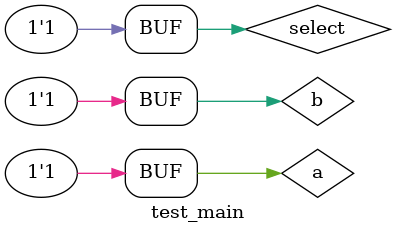
<source format=v>
module gates (input a, input b, output s0, output s1);
// descrever por portas
 and AND1 (s0, a, b);
 or OR1 (s1 , a, b);
endmodule // gates
// -------------------------
// multiplexer
// -------------------------
module mux (output s, input a, input b, input select);
 // definir dados locais
 wire notselect;
 wire sa;
 wire sb;
 
 // descrever por portas
 not NOT1 (notselect, select);
 and AND1 (sa, a, select);
 and AND2 (sb, b, notselect);
 or OR1 (s, sa, sb);
endmodule // mux
module test_main;
// ------------------------- definir dados
 reg a;
 reg b;
 reg select;
 wire e0;
 wire e1;
 wire s;

 gates GATES (a, b, e0, e1);
 mux MUX (s, e0, e1, select);
// ------------------------- parte principal
 initial
 begin : main
 $display("Exemplo_0602 - Maria Carolina Resende Jaudacy - 667477");
 $display("Test LU's module (select: 0 = and, 1 = or)");
 $display("select  a    b    s");

 // projetar testes do modulo
 $monitor("%4b %4b %4b %4b", select, a, b, s);
 select = 1'b0; a = 1'b0; b = 1'b0;
 #1 select = 1'b0; a = 1'b0; b = 1'b1;
 #1 select = 1'b0; a = 1'b1; b = 1'b0;
 #1 select = 1'b0; a = 1'b1; b = 1'b1;
 #1 select = 1'b1; a = 1'b0; b = 1'b0;
 #1 select = 1'b1; a = 1'b0; b = 1'b1;
 #1 select = 1'b1; a = 1'b1; b = 1'b0;
 #1 select = 1'b1; a = 1'b1; b = 1'b1;
 end
endmodule // test_main
</source>
